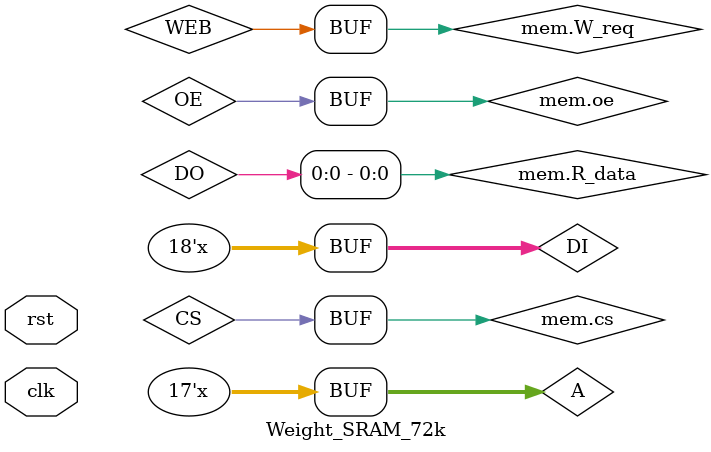
<source format=sv>
`include "EPU/SRAM_18b_16384w_36k.sv"
`include "Interface/sp_ram_intf.sv"


module Weight_SRAM_72k (
    input logic              rst,
    input logic              clk,
          sp_ram_intf.memory mem
);

  logic        CS;
  logic        OE;
  logic        WEB;
  logic [16:0] A;
  logic [17:0] DI;
  logic [17:0] DO;

  logic [16:0] latched_A;
  logic [17:0] _DO       [0:4];

  assign CS = mem.cs;
  assign OE = mem.oe;
  assign A = mem.addr[16:0];
  assign DI = mem.W_data[17:0];
  assign WEB = mem.W_req;
  assign mem.R_data = {{14{DO[17]}}, DO};

  always_ff @(posedge clk, posedge rst) begin
    if (rst) latched_A <= 0;
    else latched_A <= A;
  end

  always_comb begin
    DO = 18'b0;
    case (latched_A[16:14])
      3'h0: DO = _DO[0];
      3'h1: DO = _DO[1];
      3'h2: DO = 18'bz;
      3'h3: DO = 18'bz;
      3'h4: DO = 18'bz;
      3'h5: DO = 18'bz;
      3'h6: DO = 18'bz;
      3'h7: DO = 18'bz;
    endcase
  end

  genvar g;
  generate
    for (g = 0; g < 2; g = g + 1) begin : SRAM_blk
      logic _CS;
      logic _OE;
      logic _WEB;

      assign _CS  = A[16:14] == g[2:0] ? CS : 1'b0;
      assign _OE  = latched_A[16:14] == g[2:0] ? OE : 1'b0;
      assign _WEB = A[16:14] == g[2:0] ? WEB : 1'b1;

      SRAM_18b_16384w_36k i_SRAM_18b_16384w_36k (
          .CK (clk),
          .CS (_CS),
          .OE (_OE),
          .WEB(_WEB),
          .A  (A[13:0]),
          .DI (DI),
          .DO (_DO[g])
      );
    end : SRAM_blk
  endgenerate

endmodule

</source>
